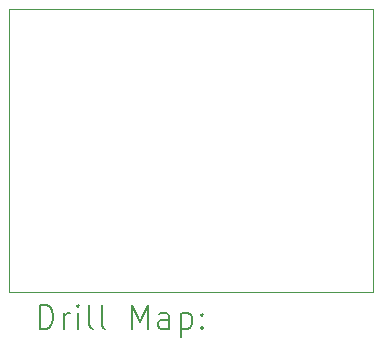
<source format=gbr>
%TF.GenerationSoftware,KiCad,Pcbnew,9.0.6*%
%TF.CreationDate,2026-01-18T05:45:25-03:00*%
%TF.ProjectId,dual IMU_moduleV2,6475616c-2049-44d5-955f-6d6f64756c65,rev?*%
%TF.SameCoordinates,Original*%
%TF.FileFunction,Drillmap*%
%TF.FilePolarity,Positive*%
%FSLAX45Y45*%
G04 Gerber Fmt 4.5, Leading zero omitted, Abs format (unit mm)*
G04 Created by KiCad (PCBNEW 9.0.6) date 2026-01-18 05:45:25*
%MOMM*%
%LPD*%
G01*
G04 APERTURE LIST*
%ADD10C,0.050000*%
%ADD11C,0.200000*%
G04 APERTURE END LIST*
D10*
X12539000Y-6959000D02*
X15615000Y-6959000D01*
X15615000Y-9355000D01*
X12539000Y-9355000D01*
X12539000Y-6959000D01*
D11*
X12797277Y-9668984D02*
X12797277Y-9468984D01*
X12797277Y-9468984D02*
X12844896Y-9468984D01*
X12844896Y-9468984D02*
X12873467Y-9478508D01*
X12873467Y-9478508D02*
X12892515Y-9497555D01*
X12892515Y-9497555D02*
X12902039Y-9516603D01*
X12902039Y-9516603D02*
X12911562Y-9554698D01*
X12911562Y-9554698D02*
X12911562Y-9583270D01*
X12911562Y-9583270D02*
X12902039Y-9621365D01*
X12902039Y-9621365D02*
X12892515Y-9640412D01*
X12892515Y-9640412D02*
X12873467Y-9659460D01*
X12873467Y-9659460D02*
X12844896Y-9668984D01*
X12844896Y-9668984D02*
X12797277Y-9668984D01*
X12997277Y-9668984D02*
X12997277Y-9535650D01*
X12997277Y-9573746D02*
X13006801Y-9554698D01*
X13006801Y-9554698D02*
X13016324Y-9545174D01*
X13016324Y-9545174D02*
X13035372Y-9535650D01*
X13035372Y-9535650D02*
X13054420Y-9535650D01*
X13121086Y-9668984D02*
X13121086Y-9535650D01*
X13121086Y-9468984D02*
X13111562Y-9478508D01*
X13111562Y-9478508D02*
X13121086Y-9488031D01*
X13121086Y-9488031D02*
X13130610Y-9478508D01*
X13130610Y-9478508D02*
X13121086Y-9468984D01*
X13121086Y-9468984D02*
X13121086Y-9488031D01*
X13244896Y-9668984D02*
X13225848Y-9659460D01*
X13225848Y-9659460D02*
X13216324Y-9640412D01*
X13216324Y-9640412D02*
X13216324Y-9468984D01*
X13349658Y-9668984D02*
X13330610Y-9659460D01*
X13330610Y-9659460D02*
X13321086Y-9640412D01*
X13321086Y-9640412D02*
X13321086Y-9468984D01*
X13578229Y-9668984D02*
X13578229Y-9468984D01*
X13578229Y-9468984D02*
X13644896Y-9611841D01*
X13644896Y-9611841D02*
X13711562Y-9468984D01*
X13711562Y-9468984D02*
X13711562Y-9668984D01*
X13892515Y-9668984D02*
X13892515Y-9564222D01*
X13892515Y-9564222D02*
X13882991Y-9545174D01*
X13882991Y-9545174D02*
X13863943Y-9535650D01*
X13863943Y-9535650D02*
X13825848Y-9535650D01*
X13825848Y-9535650D02*
X13806801Y-9545174D01*
X13892515Y-9659460D02*
X13873467Y-9668984D01*
X13873467Y-9668984D02*
X13825848Y-9668984D01*
X13825848Y-9668984D02*
X13806801Y-9659460D01*
X13806801Y-9659460D02*
X13797277Y-9640412D01*
X13797277Y-9640412D02*
X13797277Y-9621365D01*
X13797277Y-9621365D02*
X13806801Y-9602317D01*
X13806801Y-9602317D02*
X13825848Y-9592793D01*
X13825848Y-9592793D02*
X13873467Y-9592793D01*
X13873467Y-9592793D02*
X13892515Y-9583270D01*
X13987753Y-9535650D02*
X13987753Y-9735650D01*
X13987753Y-9545174D02*
X14006801Y-9535650D01*
X14006801Y-9535650D02*
X14044896Y-9535650D01*
X14044896Y-9535650D02*
X14063943Y-9545174D01*
X14063943Y-9545174D02*
X14073467Y-9554698D01*
X14073467Y-9554698D02*
X14082991Y-9573746D01*
X14082991Y-9573746D02*
X14082991Y-9630889D01*
X14082991Y-9630889D02*
X14073467Y-9649936D01*
X14073467Y-9649936D02*
X14063943Y-9659460D01*
X14063943Y-9659460D02*
X14044896Y-9668984D01*
X14044896Y-9668984D02*
X14006801Y-9668984D01*
X14006801Y-9668984D02*
X13987753Y-9659460D01*
X14168705Y-9649936D02*
X14178229Y-9659460D01*
X14178229Y-9659460D02*
X14168705Y-9668984D01*
X14168705Y-9668984D02*
X14159182Y-9659460D01*
X14159182Y-9659460D02*
X14168705Y-9649936D01*
X14168705Y-9649936D02*
X14168705Y-9668984D01*
X14168705Y-9545174D02*
X14178229Y-9554698D01*
X14178229Y-9554698D02*
X14168705Y-9564222D01*
X14168705Y-9564222D02*
X14159182Y-9554698D01*
X14159182Y-9554698D02*
X14168705Y-9545174D01*
X14168705Y-9545174D02*
X14168705Y-9564222D01*
M02*

</source>
